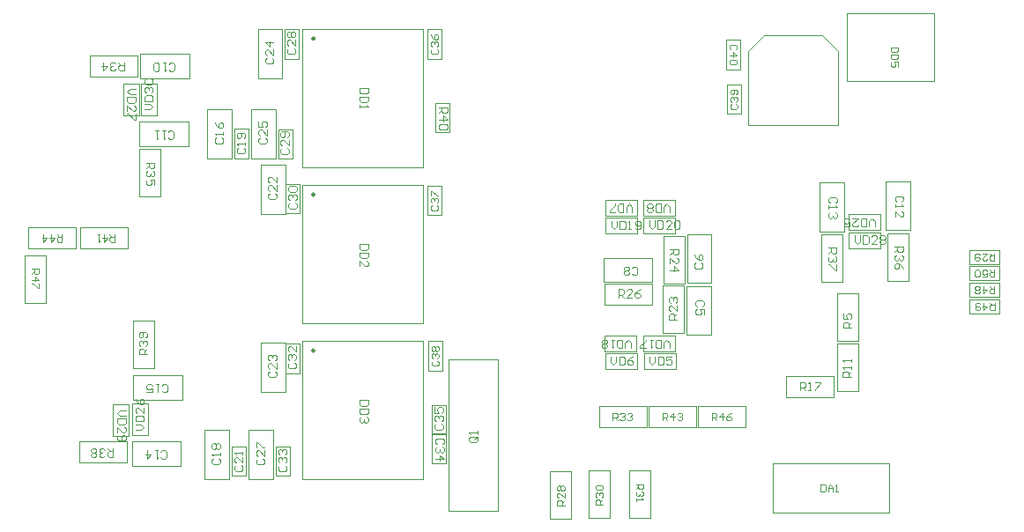
<source format=gbr>
%TF.GenerationSoftware,Altium Limited,Altium Designer,21.6.4 (81)*%
G04 Layer_Color=32768*
%FSLAX43Y43*%
%MOMM*%
%TF.SameCoordinates,F87848A5-9C76-4C60-8026-6C1C3CCCB256*%
%TF.FilePolarity,Positive*%
%TF.FileFunction,Other,Top_Assembly*%
%TF.Part,Single*%
G01*
G75*
%TA.AperFunction,NonConductor*%
%ADD27C,0.254*%
%ADD52C,0.100*%
D27*
X30387Y18200D02*
G03*
X30387Y18200I-112J0D01*
G01*
Y48200D02*
G03*
X30387Y48200I-112J0D01*
G01*
Y33200D02*
G03*
X30387Y33200I-112J0D01*
G01*
D52*
X17663Y13488D02*
Y15838D01*
X12963Y13488D02*
Y15838D01*
Y13488D02*
X17663D01*
X12963Y15838D02*
X17663D01*
X67259Y10844D02*
X71831D01*
X67259Y12876D02*
X71831D01*
Y10844D02*
Y12876D01*
X67259Y10844D02*
Y12876D01*
X93301Y26300D02*
X96151D01*
X93301Y24950D02*
X96151D01*
X93301D02*
Y26300D01*
X96151Y24950D02*
Y26300D01*
X93294Y24711D02*
X96144D01*
X93294Y23361D02*
X96144D01*
X93294D02*
Y24711D01*
X96144Y23361D02*
Y24711D01*
X93317Y23129D02*
X96167D01*
X93317Y21779D02*
X96167D01*
X93317D02*
Y23129D01*
X96167Y21779D02*
Y23129D01*
X75717Y13716D02*
X80289D01*
X75717Y15748D02*
X80289D01*
Y13716D02*
Y15748D01*
X75717Y13716D02*
Y15748D01*
X7911Y30021D02*
X12483D01*
X7911Y27989D02*
X12483D01*
X7911D02*
Y30021D01*
X12483Y27989D02*
Y30021D01*
X2558Y22779D02*
Y27351D01*
X4590Y22779D02*
Y27351D01*
X2558Y22779D02*
X4590D01*
X2558Y27351D02*
X4590D01*
X85600Y5800D02*
Y7400D01*
Y2600D02*
Y4400D01*
X74400Y2600D02*
X85600D01*
X74400Y7400D02*
X85600D01*
Y4400D02*
Y5800D01*
X74400Y2600D02*
Y7400D01*
X62520Y10844D02*
X67092D01*
X62520Y12876D02*
X67092D01*
Y10844D02*
Y12876D01*
X62520Y10844D02*
Y12876D01*
X57717Y10855D02*
X62289D01*
X57717Y12887D02*
X62289D01*
Y10855D02*
Y12887D01*
X57717Y10855D02*
Y12887D01*
X2833Y30021D02*
X7405D01*
X2833Y27989D02*
X7405D01*
X2833D02*
Y30021D01*
X7405Y27989D02*
Y30021D01*
X60587Y2114D02*
Y6686D01*
X62619Y2114D02*
Y6686D01*
X60587Y2114D02*
X62619D01*
X60587Y6686D02*
X62619D01*
X55061Y2032D02*
Y6604D01*
X53029Y2032D02*
Y6604D01*
X55061D01*
X53029Y2032D02*
X55061D01*
X58733Y2085D02*
Y6657D01*
X56701Y2085D02*
Y6657D01*
X58733D01*
X56701Y2085D02*
X58733D01*
X61983Y29497D02*
X65031D01*
X61983Y31021D02*
X65031D01*
Y29497D02*
Y31021D01*
X61983Y29497D02*
Y31021D01*
X93301Y27878D02*
X96151D01*
X93301Y26528D02*
X96151D01*
X93301D02*
Y27878D01*
X96151Y26528D02*
Y27878D01*
X73603Y48490D02*
X79153D01*
X72078Y46965D02*
X73603Y48490D01*
X72078Y39890D02*
Y46965D01*
Y39890D02*
X80678D01*
Y46965D01*
X79153Y48490D02*
X80678Y46965D01*
X69912Y48059D02*
X71262D01*
X69912Y45209D02*
X71262D01*
Y48059D01*
X69912Y45209D02*
Y48059D01*
X69988Y40942D02*
X71338D01*
X69988Y43792D02*
X71338D01*
X69988Y40942D02*
Y43792D01*
X71338Y40942D02*
Y43792D01*
X81525Y44071D02*
Y50671D01*
X89925Y44071D02*
Y50671D01*
X81525D02*
X89925D01*
X81525Y44071D02*
X89925D01*
X26416Y5845D02*
Y10545D01*
X24066Y5845D02*
Y10545D01*
X26416D01*
X24066Y5845D02*
X26416D01*
X62025Y16419D02*
X65073D01*
X62025Y17943D02*
X65073D01*
Y16419D02*
Y17943D01*
X62025Y16419D02*
Y17943D01*
X58302Y16419D02*
X61350D01*
X58302Y17943D02*
X61350D01*
Y16419D02*
Y17943D01*
X58302Y16419D02*
Y17943D01*
X61974Y19670D02*
X65022D01*
X61974Y18146D02*
X65022D01*
X61974D02*
Y19670D01*
X65022Y18146D02*
Y19670D01*
X58266D02*
X61314D01*
X58266Y18146D02*
X61314D01*
X58266D02*
Y19670D01*
X61314Y18146D02*
Y19670D01*
X85295Y29784D02*
Y34484D01*
X87645Y29784D02*
Y34484D01*
X85295Y29784D02*
X87645D01*
X85295Y34484D02*
X87645D01*
X85454Y29497D02*
X87486D01*
X85454Y24925D02*
X87486D01*
Y29497D01*
X85454Y24925D02*
Y29497D01*
X58360Y32716D02*
X61408D01*
X58360Y31192D02*
X61408D01*
X58360D02*
Y32716D01*
X61408Y31192D02*
Y32716D01*
X58252Y22642D02*
Y24674D01*
X62824Y22642D02*
Y24674D01*
X58252D02*
X62824D01*
X58252Y22642D02*
X62824D01*
X14408Y10050D02*
Y13098D01*
X12884Y10050D02*
Y13098D01*
X14408D01*
X12884Y10050D02*
X14408D01*
X11029Y9964D02*
Y13012D01*
X12553Y9964D02*
Y13012D01*
X11029Y9964D02*
X12553D01*
X11029Y13012D02*
X12553D01*
X14974Y16533D02*
Y21105D01*
X12942Y16533D02*
Y21105D01*
X14974D01*
X12942Y16533D02*
X14974D01*
X12334Y7417D02*
Y9449D01*
X7762Y7417D02*
Y9449D01*
Y7417D02*
X12334D01*
X7762Y9449D02*
X12334D01*
X18338Y44359D02*
Y46709D01*
X13638Y44359D02*
Y46709D01*
Y44359D02*
X18338D01*
X13638Y46709D02*
X18338D01*
X11979Y40850D02*
Y43898D01*
X13503Y40850D02*
Y43898D01*
X11979Y40850D02*
X13503D01*
X11979Y43898D02*
X13503D01*
X15256Y40850D02*
Y43898D01*
X13732Y40850D02*
Y43898D01*
X15256D01*
X13732Y40850D02*
X15256D01*
X8804Y46591D02*
X13376D01*
X8804Y44559D02*
X13376D01*
X8804D02*
Y46591D01*
X13376Y44559D02*
Y46591D01*
X18266Y37846D02*
Y40196D01*
X13566Y37846D02*
Y40196D01*
Y37846D02*
X18266D01*
X13566Y40196D02*
X18266D01*
X26652Y36674D02*
Y41374D01*
X24302Y36674D02*
Y41374D01*
X26652D01*
X24302Y36674D02*
X26652D01*
X41685Y10146D02*
X43035D01*
X41685Y12996D02*
X43035D01*
X41685Y10146D02*
Y12996D01*
X43035Y10146D02*
Y12996D01*
X29175Y19100D02*
X40800D01*
X29175Y5850D02*
Y19100D01*
Y5850D02*
X40800D01*
Y19100D01*
X42022Y42020D02*
X43372D01*
X42022Y39170D02*
X43372D01*
Y42020D01*
X42022Y39170D02*
Y42020D01*
X19824Y5871D02*
X22174D01*
X19824Y10571D02*
X22174D01*
X19824Y5871D02*
Y10571D01*
X22174Y5871D02*
Y10571D01*
X26674Y6141D02*
X28024D01*
X26674Y8991D02*
X28024D01*
X26674Y6141D02*
Y8991D01*
X28024Y6141D02*
Y8991D01*
X22458Y6151D02*
X23808D01*
X22458Y9001D02*
X23808D01*
X22458Y6151D02*
Y9001D01*
X23808Y6151D02*
Y9001D01*
X29175Y49100D02*
X40800D01*
X29175Y35850D02*
Y49100D01*
Y35850D02*
X40800D01*
Y49100D01*
X43294Y2821D02*
X47994D01*
X43294D02*
Y10221D01*
Y17321D01*
X47994Y2821D02*
Y17321D01*
X43294D02*
X47994D01*
X41286Y16279D02*
X42636D01*
X41286Y19129D02*
X42636D01*
X41286Y16279D02*
Y19129D01*
X42636Y16279D02*
Y19129D01*
X41216Y31214D02*
X42566D01*
X41216Y34064D02*
X42566D01*
X41216Y31214D02*
Y34064D01*
X42566Y31214D02*
Y34064D01*
X41216Y46253D02*
X42566D01*
X41216Y49103D02*
X42566D01*
X41216Y46253D02*
Y49103D01*
X42566Y46253D02*
Y49103D01*
X28243Y36644D02*
Y39494D01*
X26893Y36644D02*
Y39494D01*
X28243D01*
X26893Y36644D02*
X28243D01*
X22444Y36697D02*
Y41397D01*
X20094Y36697D02*
Y41397D01*
X22444D01*
X20094Y36697D02*
X22444D01*
X24052Y36669D02*
Y39519D01*
X22702Y36669D02*
Y39519D01*
X24052D01*
X22702Y36669D02*
X24052D01*
X27591Y31338D02*
Y36038D01*
X25241Y31338D02*
Y36038D01*
X27591D01*
X25241Y31338D02*
X27591D01*
X28984Y31390D02*
Y34240D01*
X27634Y31390D02*
Y34240D01*
X28984D01*
X27634Y31390D02*
X28984D01*
X27297Y44378D02*
Y49078D01*
X24947Y44378D02*
Y49078D01*
X27297D01*
X24947Y44378D02*
X27297D01*
X28869Y46253D02*
Y49103D01*
X27519Y46253D02*
Y49103D01*
X28869D01*
X27519Y46253D02*
X28869D01*
X27574Y14236D02*
Y18936D01*
X25225Y14236D02*
Y18936D01*
X27574D01*
X25225Y14236D02*
X27574D01*
X28942Y16025D02*
Y18875D01*
X27592Y16025D02*
Y18875D01*
X28942D01*
X27592Y16025D02*
X28942D01*
X58143Y27119D02*
X62843D01*
X58143Y24769D02*
X62843D01*
X58143D02*
Y27119D01*
X62843Y24769D02*
Y27119D01*
X12861Y9462D02*
X17561D01*
X12861Y7112D02*
X17561D01*
X12861D02*
Y9462D01*
X17561Y7112D02*
Y9462D01*
X78920Y29657D02*
Y34357D01*
X81270Y29657D02*
Y34357D01*
X78920Y29657D02*
X81270D01*
X78920Y34357D02*
X81270D01*
X79079Y29388D02*
X81111D01*
X79079Y24816D02*
X81111D01*
Y29388D01*
X79079Y24816D02*
Y29388D01*
X84747Y29820D02*
Y31344D01*
X81699Y29820D02*
Y31344D01*
Y29820D02*
X84747D01*
X81699Y31344D02*
X84747D01*
X81737Y28049D02*
Y29573D01*
X84785Y28049D02*
Y29573D01*
X81737D02*
X84785D01*
X81737Y28049D02*
X84785D01*
X13547Y37574D02*
X15579D01*
X13547Y33002D02*
X15579D01*
Y37574D01*
X13547Y33002D02*
Y37574D01*
X40800Y20850D02*
Y34100D01*
X29175Y20850D02*
X40800D01*
X29175D02*
Y34100D01*
X40800D01*
X58360Y29454D02*
Y30978D01*
X61408Y29454D02*
Y30978D01*
X58360D02*
X61408D01*
X58360Y29454D02*
X61408D01*
X65022Y31192D02*
Y32716D01*
X61974Y31192D02*
Y32716D01*
Y31192D02*
X65022D01*
X61974Y32716D02*
X65022D01*
X63886Y29245D02*
X65918D01*
X63886Y24673D02*
X65918D01*
Y29245D01*
X63886Y24673D02*
Y29245D01*
X68516Y24687D02*
Y29387D01*
X66166Y24687D02*
Y29387D01*
X68516D01*
X66166Y24687D02*
X68516D01*
X66134Y19724D02*
Y24424D01*
X68484Y19724D02*
Y24424D01*
X66134Y19724D02*
X68484D01*
X66134Y24424D02*
X68484D01*
X63855Y19889D02*
X65887D01*
X63855Y24461D02*
X65887D01*
X63855Y19889D02*
Y24461D01*
X65887Y19889D02*
Y24461D01*
X80580Y14335D02*
X82612D01*
X80580Y18907D02*
X82612D01*
X80580Y14335D02*
Y18907D01*
X82612Y14335D02*
Y18907D01*
X80605Y19103D02*
X82637D01*
X80605Y23675D02*
X82637D01*
X80605Y19103D02*
Y23675D01*
X82637Y19103D02*
Y23675D01*
X41685Y7376D02*
Y10226D01*
X43035Y7376D02*
Y10226D01*
X41685Y7376D02*
X43035D01*
X41685Y10226D02*
X43035D01*
X15705Y14321D02*
X15838Y14188D01*
X16105D01*
X16238Y14321D01*
Y14854D01*
X16105Y14988D01*
X15838D01*
X15705Y14854D01*
X15438Y14988D02*
X15172D01*
X15305D01*
Y14188D01*
X15438Y14321D01*
X14239Y14188D02*
X14772D01*
Y14588D01*
X14505Y14455D01*
X14372D01*
X14239Y14588D01*
Y14854D01*
X14372Y14988D01*
X14639D01*
X14772Y14854D01*
X68570Y11510D02*
Y12210D01*
X68920D01*
X69037Y12093D01*
Y11860D01*
X68920Y11743D01*
X68570D01*
X68803D02*
X69037Y11510D01*
X69620D02*
Y12210D01*
X69270Y11860D01*
X69736D01*
X70436Y12210D02*
X70203Y12093D01*
X69970Y11860D01*
Y11627D01*
X70086Y11510D01*
X70320D01*
X70436Y11627D01*
Y11743D01*
X70320Y11860D01*
X69970D01*
X95701Y25975D02*
Y25275D01*
X95351D01*
X95234Y25392D01*
Y25625D01*
X95351Y25742D01*
X95701D01*
X95468D02*
X95234Y25975D01*
X94535Y25275D02*
X95001D01*
Y25625D01*
X94768Y25508D01*
X94651D01*
X94535Y25625D01*
Y25858D01*
X94651Y25975D01*
X94884D01*
X95001Y25858D01*
X94301Y25392D02*
X94185Y25275D01*
X93951D01*
X93835Y25392D01*
Y25858D01*
X93951Y25975D01*
X94185D01*
X94301Y25858D01*
Y25392D01*
X95694Y24386D02*
Y23686D01*
X95344D01*
X95227Y23802D01*
Y24036D01*
X95344Y24152D01*
X95694D01*
X95460D02*
X95227Y24386D01*
X94644D02*
Y23686D01*
X94994Y24036D01*
X94527D01*
X94294Y23802D02*
X94177Y23686D01*
X93944D01*
X93827Y23802D01*
Y23919D01*
X93944Y24036D01*
X93827Y24152D01*
Y24269D01*
X93944Y24386D01*
X94177D01*
X94294Y24269D01*
Y24152D01*
X94177Y24036D01*
X94294Y23919D01*
Y23802D01*
X94177Y24036D02*
X93944D01*
X95717Y22804D02*
Y22104D01*
X95367D01*
X95250Y22220D01*
Y22454D01*
X95367Y22570D01*
X95717D01*
X95484D02*
X95250Y22804D01*
X94667D02*
Y22104D01*
X95017Y22454D01*
X94551D01*
X94317Y22687D02*
X94201Y22804D01*
X93968D01*
X93851Y22687D01*
Y22220D01*
X93968Y22104D01*
X94201D01*
X94317Y22220D01*
Y22337D01*
X94201Y22454D01*
X93851D01*
X77028Y14382D02*
Y15182D01*
X77428D01*
X77562Y15048D01*
Y14782D01*
X77428Y14649D01*
X77028D01*
X77295D02*
X77562Y14382D01*
X77828D02*
X78095D01*
X77961D01*
Y15182D01*
X77828Y15048D01*
X78495Y15182D02*
X79028D01*
Y15048D01*
X78495Y14515D01*
Y14382D01*
X11172Y29355D02*
Y28655D01*
X10822D01*
X10705Y28772D01*
Y29005D01*
X10822Y29122D01*
X11172D01*
X10938D02*
X10705Y29355D01*
X10122D02*
Y28655D01*
X10472Y29005D01*
X10005D01*
X9772Y29355D02*
X9539D01*
X9655D01*
Y28655D01*
X9772Y28772D01*
X3224Y26040D02*
X3924D01*
Y25690D01*
X3807Y25573D01*
X3574D01*
X3457Y25690D01*
Y26040D01*
Y25806D02*
X3224Y25573D01*
Y24990D02*
X3924D01*
X3574Y25340D01*
Y24873D01*
X3924Y24640D02*
Y24174D01*
X3807D01*
X3341Y24640D01*
X3224D01*
X79025Y5350D02*
Y4650D01*
X79375D01*
X79492Y4767D01*
Y5233D01*
X79375Y5350D01*
X79025D01*
X79725Y4650D02*
Y5117D01*
X79958Y5350D01*
X80191Y5117D01*
Y4650D01*
Y5000D01*
X79725D01*
X80425Y4650D02*
X80658D01*
X80541D01*
Y5350D01*
X80425Y5233D01*
X63831Y11510D02*
Y12210D01*
X64181D01*
X64298Y12093D01*
Y11860D01*
X64181Y11743D01*
X63831D01*
X64064D02*
X64298Y11510D01*
X64881D02*
Y12210D01*
X64531Y11860D01*
X64997D01*
X65231Y12093D02*
X65347Y12210D01*
X65580D01*
X65697Y12093D01*
Y11977D01*
X65580Y11860D01*
X65464D01*
X65580D01*
X65697Y11743D01*
Y11627D01*
X65580Y11510D01*
X65347D01*
X65231Y11627D01*
X59028Y11521D02*
Y12221D01*
X59378D01*
X59494Y12104D01*
Y11871D01*
X59378Y11754D01*
X59028D01*
X59261D02*
X59494Y11521D01*
X59727Y12104D02*
X59844Y12221D01*
X60077D01*
X60194Y12104D01*
Y11988D01*
X60077Y11871D01*
X59961D01*
X60077D01*
X60194Y11754D01*
Y11638D01*
X60077Y11521D01*
X59844D01*
X59727Y11638D01*
X60427Y12104D02*
X60544Y12221D01*
X60777D01*
X60894Y12104D01*
Y11988D01*
X60777Y11871D01*
X60661D01*
X60777D01*
X60894Y11754D01*
Y11638D01*
X60777Y11521D01*
X60544D01*
X60427Y11638D01*
X6094Y29355D02*
Y28655D01*
X5744D01*
X5627Y28772D01*
Y29005D01*
X5744Y29122D01*
X6094D01*
X5860D02*
X5627Y29355D01*
X5044D02*
Y28655D01*
X5394Y29005D01*
X4927D01*
X4344Y29355D02*
Y28655D01*
X4694Y29005D01*
X4228D01*
X61253Y5375D02*
X61952D01*
Y5025D01*
X61836Y4908D01*
X61603D01*
X61486Y5025D01*
Y5375D01*
Y5142D02*
X61253Y4908D01*
X61836Y4675D02*
X61952Y4559D01*
Y4325D01*
X61836Y4209D01*
X61719D01*
X61603Y4325D01*
Y4442D01*
Y4325D01*
X61486Y4209D01*
X61369D01*
X61253Y4325D01*
Y4559D01*
X61369Y4675D01*
X61253Y3975D02*
Y3742D01*
Y3859D01*
X61952D01*
X61836Y3975D01*
X54395Y3343D02*
X53695D01*
Y3693D01*
X53812Y3809D01*
X54045D01*
X54162Y3693D01*
Y3343D01*
Y3576D02*
X54395Y3809D01*
Y4509D02*
Y4043D01*
X53928Y4509D01*
X53812D01*
X53695Y4393D01*
Y4159D01*
X53812Y4043D01*
Y4742D02*
X53695Y4859D01*
Y5092D01*
X53812Y5209D01*
X53928D01*
X54045Y5092D01*
X54162Y5209D01*
X54278D01*
X54395Y5092D01*
Y4859D01*
X54278Y4742D01*
X54162D01*
X54045Y4859D01*
X53928Y4742D01*
X53812D01*
X54045Y4859D02*
Y5092D01*
X58067Y3396D02*
X57367D01*
Y3746D01*
X57484Y3862D01*
X57717D01*
X57833Y3746D01*
Y3396D01*
Y3629D02*
X58067Y3862D01*
X57484Y4095D02*
X57367Y4212D01*
Y4445D01*
X57484Y4562D01*
X57600D01*
X57717Y4445D01*
Y4329D01*
Y4445D01*
X57833Y4562D01*
X57950D01*
X58067Y4445D01*
Y4212D01*
X57950Y4095D01*
X57484Y4795D02*
X57367Y4912D01*
Y5145D01*
X57484Y5262D01*
X57950D01*
X58067Y5145D01*
Y4912D01*
X57950Y4795D01*
X57484D01*
X62532Y30709D02*
Y30175D01*
X62799Y29909D01*
X63065Y30175D01*
Y30709D01*
X63332D02*
Y29909D01*
X63732D01*
X63865Y30042D01*
Y30575D01*
X63732Y30709D01*
X63332D01*
X64665Y29909D02*
X64131D01*
X64665Y30442D01*
Y30575D01*
X64531Y30709D01*
X64265D01*
X64131Y30575D01*
X64931D02*
X65064Y30709D01*
X65331D01*
X65464Y30575D01*
Y30042D01*
X65331Y29909D01*
X65064D01*
X64931Y30042D01*
Y30575D01*
X95701Y27553D02*
Y26854D01*
X95351D01*
X95234Y26970D01*
Y27204D01*
X95351Y27320D01*
X95701D01*
X95468D02*
X95234Y27553D01*
X94534D02*
X95001D01*
X94534Y27087D01*
Y26970D01*
X94651Y26854D01*
X94884D01*
X95001Y26970D01*
X94301Y27437D02*
X94185Y27553D01*
X93951D01*
X93835Y27437D01*
Y26970D01*
X93951Y26854D01*
X94185D01*
X94301Y26970D01*
Y27087D01*
X94185Y27204D01*
X93835D01*
X70820Y47118D02*
X70936Y47235D01*
Y47468D01*
X70820Y47584D01*
X70353D01*
X70237Y47468D01*
Y47235D01*
X70353Y47118D01*
X70237Y46535D02*
X70936D01*
X70586Y46885D01*
Y46418D01*
X70820Y46185D02*
X70936Y46068D01*
Y45835D01*
X70820Y45718D01*
X70353D01*
X70237Y45835D01*
Y46068D01*
X70353Y46185D01*
X70820D01*
X70430Y41884D02*
X70313Y41767D01*
Y41534D01*
X70430Y41417D01*
X70896D01*
X71013Y41534D01*
Y41767D01*
X70896Y41884D01*
X70430Y42117D02*
X70313Y42234D01*
Y42467D01*
X70430Y42583D01*
X70546D01*
X70663Y42467D01*
Y42350D01*
Y42467D01*
X70780Y42583D01*
X70896D01*
X71013Y42467D01*
Y42234D01*
X70896Y42117D01*
Y42817D02*
X71013Y42933D01*
Y43167D01*
X70896Y43283D01*
X70430D01*
X70313Y43167D01*
Y42933D01*
X70430Y42817D01*
X70546D01*
X70663Y42933D01*
Y43283D01*
X86425Y47371D02*
X85725D01*
Y47021D01*
X85842Y46904D01*
X86308D01*
X86425Y47021D01*
Y47371D01*
Y46671D02*
X85725D01*
Y46321D01*
X85842Y46205D01*
X86308D01*
X86425Y46321D01*
Y46671D01*
Y45505D02*
Y45971D01*
X86075D01*
X86192Y45738D01*
Y45622D01*
X86075Y45505D01*
X85842D01*
X85725Y45622D01*
Y45855D01*
X85842Y45971D01*
X24899Y7803D02*
X24766Y7670D01*
Y7404D01*
X24899Y7270D01*
X25432D01*
X25566Y7404D01*
Y7670D01*
X25432Y7803D01*
X25566Y8603D02*
Y8070D01*
X25033Y8603D01*
X24899D01*
X24766Y8470D01*
Y8203D01*
X24899Y8070D01*
X24766Y8870D02*
Y9403D01*
X24899D01*
X25432Y8870D01*
X25566D01*
X62574Y17631D02*
Y17098D01*
X62841Y16831D01*
X63107Y17098D01*
Y17631D01*
X63374D02*
Y16831D01*
X63774D01*
X63907Y16964D01*
Y17498D01*
X63774Y17631D01*
X63374D01*
X64707D02*
X64174D01*
Y17231D01*
X64440Y17364D01*
X64573D01*
X64707Y17231D01*
Y16964D01*
X64573Y16831D01*
X64307D01*
X64174Y16964D01*
X58851Y17631D02*
Y17098D01*
X59117Y16831D01*
X59384Y17098D01*
Y17631D01*
X59650D02*
Y16831D01*
X60050D01*
X60183Y16964D01*
Y17498D01*
X60050Y17631D01*
X59650D01*
X60983D02*
X60717Y17498D01*
X60450Y17231D01*
Y16964D01*
X60583Y16831D01*
X60850D01*
X60983Y16964D01*
Y17098D01*
X60850Y17231D01*
X60450D01*
X64473Y18458D02*
Y18992D01*
X64207Y19258D01*
X63940Y18992D01*
Y18458D01*
X63674D02*
Y19258D01*
X63274D01*
X63140Y19125D01*
Y18592D01*
X63274Y18458D01*
X63674D01*
X62874Y19258D02*
X62607D01*
X62741D01*
Y18458D01*
X62874Y18592D01*
X62207Y18458D02*
X61674D01*
Y18592D01*
X62207Y19125D01*
Y19258D01*
X60765Y18458D02*
Y18992D01*
X60498Y19258D01*
X60232Y18992D01*
Y18458D01*
X59965D02*
Y19258D01*
X59565D01*
X59432Y19125D01*
Y18592D01*
X59565Y18458D01*
X59965D01*
X59165Y19258D02*
X58899D01*
X59032D01*
Y18458D01*
X59165Y18592D01*
X58499D02*
X58366Y18458D01*
X58099D01*
X57966Y18592D01*
Y18725D01*
X58099Y18858D01*
X57966Y18992D01*
Y19125D01*
X58099Y19258D01*
X58366D01*
X58499Y19125D01*
Y18992D01*
X58366Y18858D01*
X58499Y18725D01*
Y18592D01*
X58366Y18858D02*
X58099D01*
X86812Y32525D02*
X86945Y32659D01*
Y32925D01*
X86812Y33059D01*
X86278D01*
X86145Y32925D01*
Y32659D01*
X86278Y32525D01*
X86145Y32259D02*
Y31992D01*
Y32126D01*
X86945D01*
X86812Y32259D01*
X86145Y31059D02*
Y31592D01*
X86678Y31059D01*
X86812D01*
X86945Y31193D01*
Y31459D01*
X86812Y31592D01*
X86120Y28186D02*
X86920D01*
Y27787D01*
X86787Y27653D01*
X86520D01*
X86387Y27787D01*
Y28186D01*
Y27920D02*
X86120Y27653D01*
X86787Y27387D02*
X86920Y27253D01*
Y26987D01*
X86787Y26853D01*
X86653D01*
X86520Y26987D01*
Y27120D01*
Y26987D01*
X86387Y26853D01*
X86253D01*
X86120Y26987D01*
Y27253D01*
X86253Y27387D01*
X86920Y26054D02*
X86787Y26320D01*
X86520Y26587D01*
X86253D01*
X86120Y26454D01*
Y26187D01*
X86253Y26054D01*
X86387D01*
X86520Y26187D01*
Y26587D01*
X60859Y31504D02*
Y32037D01*
X60592Y32304D01*
X60325Y32037D01*
Y31504D01*
X60059D02*
Y32304D01*
X59659D01*
X59526Y32171D01*
Y31638D01*
X59659Y31504D01*
X60059D01*
X59259D02*
X58726D01*
Y31638D01*
X59259Y32171D01*
Y32304D01*
X59563Y23308D02*
Y24108D01*
X59963D01*
X60096Y23975D01*
Y23708D01*
X59963Y23575D01*
X59563D01*
X59830D02*
X60096Y23308D01*
X60896D02*
X60363D01*
X60896Y23841D01*
Y23975D01*
X60763Y24108D01*
X60496D01*
X60363Y23975D01*
X61696Y24108D02*
X61429Y23975D01*
X61163Y23708D01*
Y23441D01*
X61296Y23308D01*
X61562D01*
X61696Y23441D01*
Y23575D01*
X61562Y23708D01*
X61163D01*
X13196Y10599D02*
X13729D01*
X13996Y10865D01*
X13729Y11132D01*
X13196D01*
Y11398D02*
X13996D01*
Y11798D01*
X13862Y11931D01*
X13329D01*
X13196Y11798D01*
Y11398D01*
X13996Y12731D02*
Y12198D01*
X13462Y12731D01*
X13329D01*
X13196Y12598D01*
Y12331D01*
X13329Y12198D01*
X13196Y13531D02*
X13329Y13264D01*
X13596Y12998D01*
X13862D01*
X13996Y13131D01*
Y13398D01*
X13862Y13531D01*
X13729D01*
X13596Y13398D01*
Y12998D01*
X12241Y12463D02*
X11708D01*
X11441Y12196D01*
X11708Y11930D01*
X12241D01*
Y11663D02*
X11441D01*
Y11263D01*
X11575Y11130D01*
X12108D01*
X12241Y11263D01*
Y11663D01*
X11441Y10330D02*
Y10863D01*
X11974Y10330D01*
X12108D01*
X12241Y10464D01*
Y10730D01*
X12108Y10863D01*
X11575Y10064D02*
X11441Y9930D01*
Y9664D01*
X11575Y9531D01*
X12108D01*
X12241Y9664D01*
Y9930D01*
X12108Y10064D01*
X11974D01*
X11841Y9930D01*
Y9531D01*
X14308Y17844D02*
X13508D01*
Y18244D01*
X13642Y18377D01*
X13908D01*
X14041Y18244D01*
Y17844D01*
Y18111D02*
X14308Y18377D01*
X13642Y18644D02*
X13508Y18777D01*
Y19044D01*
X13642Y19177D01*
X13775D01*
X13908Y19044D01*
Y18910D01*
Y19044D01*
X14041Y19177D01*
X14175D01*
X14308Y19044D01*
Y18777D01*
X14175Y18644D01*
Y19444D02*
X14308Y19577D01*
Y19843D01*
X14175Y19977D01*
X13642D01*
X13508Y19843D01*
Y19577D01*
X13642Y19444D01*
X13775D01*
X13908Y19577D01*
Y19977D01*
X11023Y8783D02*
Y7983D01*
X10623D01*
X10490Y8117D01*
Y8383D01*
X10623Y8516D01*
X11023D01*
X10756D02*
X10490Y8783D01*
X10223Y8117D02*
X10090Y7983D01*
X9823D01*
X9690Y8117D01*
Y8250D01*
X9823Y8383D01*
X9957D01*
X9823D01*
X9690Y8516D01*
Y8650D01*
X9823Y8783D01*
X10090D01*
X10223Y8650D01*
X9423Y8117D02*
X9290Y7983D01*
X9024D01*
X8890Y8117D01*
Y8250D01*
X9024Y8383D01*
X8890Y8516D01*
Y8650D01*
X9024Y8783D01*
X9290D01*
X9423Y8650D01*
Y8516D01*
X9290Y8383D01*
X9423Y8250D01*
Y8117D01*
X9290Y8383D02*
X9024D01*
X16379Y45193D02*
X16513Y45060D01*
X16779D01*
X16913Y45193D01*
Y45726D01*
X16779Y45859D01*
X16513D01*
X16379Y45726D01*
X16113Y45859D02*
X15846D01*
X15980D01*
Y45060D01*
X16113Y45193D01*
X15446D02*
X15313Y45060D01*
X15047D01*
X14913Y45193D01*
Y45726D01*
X15047Y45859D01*
X15313D01*
X15446Y45726D01*
Y45193D01*
X13191Y43349D02*
X12658D01*
X12391Y43083D01*
X12658Y42816D01*
X13191D01*
Y42550D02*
X12391D01*
Y42150D01*
X12524Y42016D01*
X13057D01*
X13191Y42150D01*
Y42550D01*
X12391Y41217D02*
Y41750D01*
X12924Y41217D01*
X13057D01*
X13191Y41350D01*
Y41616D01*
X13057Y41750D01*
X13191Y40950D02*
Y40417D01*
X13057D01*
X12524Y40950D01*
X12391D01*
X14044Y41399D02*
X14577D01*
X14844Y41666D01*
X14577Y41932D01*
X14044D01*
Y42199D02*
X14844D01*
Y42599D01*
X14710Y42732D01*
X14177D01*
X14044Y42599D01*
Y42199D01*
X14177Y42999D02*
X14044Y43132D01*
Y43399D01*
X14177Y43532D01*
X14310D01*
X14444Y43399D01*
Y43265D01*
Y43399D01*
X14577Y43532D01*
X14710D01*
X14844Y43399D01*
Y43132D01*
X14710Y42999D01*
X14177Y43798D02*
X14044Y43932D01*
Y44198D01*
X14177Y44332D01*
X14710D01*
X14844Y44198D01*
Y43932D01*
X14710Y43798D01*
X14177D01*
X12065Y45925D02*
Y45125D01*
X11665D01*
X11532Y45258D01*
Y45525D01*
X11665Y45658D01*
X12065D01*
X11798D02*
X11532Y45925D01*
X11265Y45258D02*
X11132Y45125D01*
X10865D01*
X10732Y45258D01*
Y45391D01*
X10865Y45525D01*
X10999D01*
X10865D01*
X10732Y45658D01*
Y45791D01*
X10865Y45925D01*
X11132D01*
X11265Y45791D01*
X10066Y45925D02*
Y45125D01*
X10466Y45525D01*
X9932D01*
X16308Y38680D02*
X16441Y38547D01*
X16708D01*
X16841Y38680D01*
Y39213D01*
X16708Y39346D01*
X16441D01*
X16308Y39213D01*
X16041Y39346D02*
X15775D01*
X15908D01*
Y38547D01*
X16041Y38680D01*
X15375Y39346D02*
X15108D01*
X15242D01*
Y38547D01*
X15375Y38680D01*
X25136Y38632D02*
X25003Y38499D01*
Y38232D01*
X25136Y38099D01*
X25669D01*
X25802Y38232D01*
Y38499D01*
X25669Y38632D01*
X25802Y39432D02*
Y38899D01*
X25269Y39432D01*
X25136D01*
X25003Y39298D01*
Y39032D01*
X25136Y38899D01*
X25003Y40231D02*
Y39698D01*
X25403D01*
X25269Y39965D01*
Y40098D01*
X25403Y40231D01*
X25669D01*
X25802Y40098D01*
Y39832D01*
X25669Y39698D01*
X42044Y11154D02*
X41911Y11021D01*
Y10754D01*
X42044Y10621D01*
X42577D01*
X42710Y10754D01*
Y11021D01*
X42577Y11154D01*
X42044Y11420D02*
X41911Y11554D01*
Y11820D01*
X42044Y11954D01*
X42177D01*
X42311Y11820D01*
Y11687D01*
Y11820D01*
X42444Y11954D01*
X42577D01*
X42710Y11820D01*
Y11554D01*
X42577Y11420D01*
X41911Y12753D02*
Y12220D01*
X42311D01*
X42177Y12487D01*
Y12620D01*
X42311Y12753D01*
X42577D01*
X42710Y12620D01*
Y12354D01*
X42577Y12220D01*
X35525Y13425D02*
X34725D01*
Y13025D01*
X34858Y12892D01*
X35391D01*
X35525Y13025D01*
Y13425D01*
Y12626D02*
X34725D01*
Y12226D01*
X34858Y12092D01*
X35391D01*
X35525Y12226D01*
Y12626D01*
X35391Y11826D02*
X35525Y11693D01*
Y11426D01*
X35391Y11293D01*
X35258D01*
X35125Y11426D01*
Y11559D01*
Y11426D01*
X34992Y11293D01*
X34858D01*
X34725Y11426D01*
Y11693D01*
X34858Y11826D01*
X42347Y41570D02*
X43147D01*
Y41170D01*
X43014Y41037D01*
X42747D01*
X42614Y41170D01*
Y41570D01*
Y41303D02*
X42347Y41037D01*
Y40370D02*
X43147D01*
X42747Y40770D01*
Y40237D01*
X43014Y39971D02*
X43147Y39837D01*
Y39571D01*
X43014Y39437D01*
X42481D01*
X42347Y39571D01*
Y39837D01*
X42481Y39971D01*
X43014D01*
X20658Y7829D02*
X20524Y7696D01*
Y7429D01*
X20658Y7296D01*
X21191D01*
X21324Y7429D01*
Y7696D01*
X21191Y7829D01*
X21324Y8095D02*
Y8362D01*
Y8229D01*
X20524D01*
X20658Y8095D01*
Y8762D02*
X20524Y8895D01*
Y9162D01*
X20658Y9295D01*
X20791D01*
X20924Y9162D01*
X21057Y9295D01*
X21191D01*
X21324Y9162D01*
Y8895D01*
X21191Y8762D01*
X21057D01*
X20924Y8895D01*
X20791Y8762D01*
X20658D01*
X20924Y8895D02*
Y9162D01*
X27033Y7149D02*
X26899Y7016D01*
Y6749D01*
X27033Y6616D01*
X27566D01*
X27699Y6749D01*
Y7016D01*
X27566Y7149D01*
X27033Y7416D02*
X26899Y7549D01*
Y7816D01*
X27033Y7949D01*
X27166D01*
X27299Y7816D01*
Y7682D01*
Y7816D01*
X27432Y7949D01*
X27566D01*
X27699Y7816D01*
Y7549D01*
X27566Y7416D01*
X27033Y8215D02*
X26899Y8349D01*
Y8615D01*
X27033Y8749D01*
X27166D01*
X27299Y8615D01*
Y8482D01*
Y8615D01*
X27432Y8749D01*
X27566D01*
X27699Y8615D01*
Y8349D01*
X27566Y8215D01*
X22816Y7159D02*
X22683Y7026D01*
Y6759D01*
X22816Y6626D01*
X23349D01*
X23483Y6759D01*
Y7026D01*
X23349Y7159D01*
X23483Y7959D02*
Y7426D01*
X22949Y7959D01*
X22816D01*
X22683Y7826D01*
Y7559D01*
X22816Y7426D01*
X23483Y8225D02*
Y8492D01*
Y8359D01*
X22683D01*
X22816Y8225D01*
X35525Y43425D02*
X34725D01*
Y43025D01*
X34858Y42892D01*
X35391D01*
X35525Y43025D01*
Y43425D01*
Y42625D02*
X34725D01*
Y42225D01*
X34858Y42092D01*
X35391D01*
X35525Y42225D01*
Y42625D01*
X34725Y41826D02*
Y41559D01*
Y41692D01*
X35525D01*
X35391Y41826D01*
X45886Y9929D02*
X45352D01*
X45219Y9796D01*
Y9529D01*
X45352Y9396D01*
X45886D01*
X46019Y9529D01*
Y9796D01*
X45752Y9662D02*
X46019Y9929D01*
Y9796D02*
X45886Y9929D01*
X46019Y10196D02*
Y10462D01*
Y10329D01*
X45219D01*
X45352Y10196D01*
X41728Y17220D02*
X41611Y17104D01*
Y16870D01*
X41728Y16754D01*
X42194D01*
X42311Y16870D01*
Y17104D01*
X42194Y17220D01*
X41728Y17454D02*
X41611Y17570D01*
Y17803D01*
X41728Y17920D01*
X41844D01*
X41961Y17803D01*
Y17687D01*
Y17803D01*
X42078Y17920D01*
X42194D01*
X42311Y17803D01*
Y17570D01*
X42194Y17454D01*
X41728Y18153D02*
X41611Y18270D01*
Y18503D01*
X41728Y18620D01*
X41844D01*
X41961Y18503D01*
X42078Y18620D01*
X42194D01*
X42311Y18503D01*
Y18270D01*
X42194Y18153D01*
X42078D01*
X41961Y18270D01*
X41844Y18153D01*
X41728D01*
X41961Y18270D02*
Y18503D01*
X41658Y32156D02*
X41541Y32039D01*
Y31806D01*
X41658Y31689D01*
X42124D01*
X42241Y31806D01*
Y32039D01*
X42124Y32156D01*
X41658Y32389D02*
X41541Y32505D01*
Y32739D01*
X41658Y32855D01*
X41774D01*
X41891Y32739D01*
Y32622D01*
Y32739D01*
X42007Y32855D01*
X42124D01*
X42241Y32739D01*
Y32505D01*
X42124Y32389D01*
X41541Y33089D02*
Y33555D01*
X41658D01*
X42124Y33089D01*
X42241D01*
X41658Y47194D02*
X41541Y47078D01*
Y46844D01*
X41658Y46728D01*
X42124D01*
X42241Y46844D01*
Y47078D01*
X42124Y47194D01*
X41658Y47428D02*
X41541Y47544D01*
Y47777D01*
X41658Y47894D01*
X41774D01*
X41891Y47777D01*
Y47661D01*
Y47777D01*
X42007Y47894D01*
X42124D01*
X42241Y47777D01*
Y47544D01*
X42124Y47428D01*
X41541Y48594D02*
X41658Y48361D01*
X41891Y48127D01*
X42124D01*
X42241Y48244D01*
Y48477D01*
X42124Y48594D01*
X42007D01*
X41891Y48477D01*
Y48127D01*
X27252Y37652D02*
X27119Y37519D01*
Y37252D01*
X27252Y37119D01*
X27785D01*
X27918Y37252D01*
Y37519D01*
X27785Y37652D01*
X27918Y38452D02*
Y37919D01*
X27385Y38452D01*
X27252D01*
X27119Y38319D01*
Y38052D01*
X27252Y37919D01*
X27785Y38718D02*
X27918Y38852D01*
Y39118D01*
X27785Y39252D01*
X27252D01*
X27119Y39118D01*
Y38852D01*
X27252Y38718D01*
X27385D01*
X27518Y38852D01*
Y39252D01*
X20928Y38655D02*
X20794Y38521D01*
Y38255D01*
X20928Y38122D01*
X21461D01*
X21594Y38255D01*
Y38521D01*
X21461Y38655D01*
X21594Y38921D02*
Y39188D01*
Y39055D01*
X20794D01*
X20928Y38921D01*
X20794Y40121D02*
X20928Y39854D01*
X21194Y39588D01*
X21461D01*
X21594Y39721D01*
Y39988D01*
X21461Y40121D01*
X21328D01*
X21194Y39988D01*
Y39588D01*
X23061Y37678D02*
X22928Y37544D01*
Y37278D01*
X23061Y37144D01*
X23594D01*
X23727Y37278D01*
Y37544D01*
X23594Y37678D01*
X23727Y37944D02*
Y38211D01*
Y38077D01*
X22928D01*
X23061Y37944D01*
X23594Y38611D02*
X23727Y38744D01*
Y39010D01*
X23594Y39144D01*
X23061D01*
X22928Y39010D01*
Y38744D01*
X23061Y38611D01*
X23194D01*
X23327Y38744D01*
Y39144D01*
X26074Y33296D02*
X25941Y33162D01*
Y32896D01*
X26074Y32763D01*
X26607D01*
X26741Y32896D01*
Y33162D01*
X26607Y33296D01*
X26741Y34095D02*
Y33562D01*
X26208Y34095D01*
X26074D01*
X25941Y33962D01*
Y33696D01*
X26074Y33562D01*
X26741Y34895D02*
Y34362D01*
X26208Y34895D01*
X26074D01*
X25941Y34762D01*
Y34495D01*
X26074Y34362D01*
X27993Y32398D02*
X27860Y32265D01*
Y31998D01*
X27993Y31865D01*
X28526D01*
X28659Y31998D01*
Y32265D01*
X28526Y32398D01*
X27993Y32665D02*
X27860Y32798D01*
Y33065D01*
X27993Y33198D01*
X28126D01*
X28260Y33065D01*
Y32931D01*
Y33065D01*
X28393Y33198D01*
X28526D01*
X28659Y33065D01*
Y32798D01*
X28526Y32665D01*
X27993Y33464D02*
X27860Y33598D01*
Y33864D01*
X27993Y33998D01*
X28526D01*
X28659Y33864D01*
Y33598D01*
X28526Y33464D01*
X27993D01*
X25781Y46336D02*
X25648Y46203D01*
Y45936D01*
X25781Y45803D01*
X26314D01*
X26447Y45936D01*
Y46203D01*
X26314Y46336D01*
X26447Y47136D02*
Y46602D01*
X25914Y47136D01*
X25781D01*
X25648Y47002D01*
Y46736D01*
X25781Y46602D01*
X26447Y47802D02*
X25648D01*
X26048Y47402D01*
Y47935D01*
X27878Y47261D02*
X27744Y47128D01*
Y46861D01*
X27878Y46728D01*
X28411D01*
X28544Y46861D01*
Y47128D01*
X28411Y47261D01*
X28544Y48061D02*
Y47527D01*
X28011Y48061D01*
X27878D01*
X27744Y47927D01*
Y47661D01*
X27878Y47527D01*
Y48327D02*
X27744Y48460D01*
Y48727D01*
X27878Y48860D01*
X28011D01*
X28144Y48727D01*
X28277Y48860D01*
X28411D01*
X28544Y48727D01*
Y48460D01*
X28411Y48327D01*
X28277D01*
X28144Y48460D01*
X28011Y48327D01*
X27878D01*
X28144Y48460D02*
Y48727D01*
X26058Y16194D02*
X25925Y16061D01*
Y15794D01*
X26058Y15661D01*
X26591D01*
X26725Y15794D01*
Y16061D01*
X26591Y16194D01*
X26725Y16994D02*
Y16461D01*
X26191Y16994D01*
X26058D01*
X25925Y16861D01*
Y16594D01*
X26058Y16461D01*
Y17261D02*
X25925Y17394D01*
Y17661D01*
X26058Y17794D01*
X26191D01*
X26325Y17661D01*
Y17527D01*
Y17661D01*
X26458Y17794D01*
X26591D01*
X26725Y17661D01*
Y17394D01*
X26591Y17261D01*
X27951Y17033D02*
X27818Y16900D01*
Y16633D01*
X27951Y16500D01*
X28484D01*
X28617Y16633D01*
Y16900D01*
X28484Y17033D01*
X27951Y17300D02*
X27818Y17433D01*
Y17699D01*
X27951Y17833D01*
X28084D01*
X28218Y17699D01*
Y17566D01*
Y17699D01*
X28351Y17833D01*
X28484D01*
X28617Y17699D01*
Y17433D01*
X28484Y17300D01*
X28617Y18632D02*
Y18099D01*
X28084Y18632D01*
X27951D01*
X27818Y18499D01*
Y18233D01*
X27951Y18099D01*
X60885Y25603D02*
X61018Y25469D01*
X61285D01*
X61418Y25603D01*
Y26136D01*
X61285Y26269D01*
X61018D01*
X60885Y26136D01*
X60618Y25603D02*
X60485Y25469D01*
X60219D01*
X60085Y25603D01*
Y25736D01*
X60219Y25869D01*
X60085Y26003D01*
Y26136D01*
X60219Y26269D01*
X60485D01*
X60618Y26136D01*
Y26003D01*
X60485Y25869D01*
X60618Y25736D01*
Y25603D01*
X60485Y25869D02*
X60219D01*
X15603Y7946D02*
X15737Y7813D01*
X16003D01*
X16136Y7946D01*
Y8479D01*
X16003Y8612D01*
X15737D01*
X15603Y8479D01*
X15337Y8612D02*
X15070D01*
X15203D01*
Y7813D01*
X15337Y7946D01*
X14270Y8612D02*
Y7813D01*
X14670Y8212D01*
X14137D01*
X80436Y32398D02*
X80569Y32532D01*
Y32798D01*
X80436Y32932D01*
X79903D01*
X79770Y32798D01*
Y32532D01*
X79903Y32398D01*
X79770Y32132D02*
Y31865D01*
Y31999D01*
X80569D01*
X80436Y32132D01*
Y31465D02*
X80569Y31332D01*
Y31066D01*
X80436Y30932D01*
X80303D01*
X80170Y31066D01*
Y31199D01*
Y31066D01*
X80036Y30932D01*
X79903D01*
X79770Y31066D01*
Y31332D01*
X79903Y31465D01*
X79745Y28077D02*
X80544D01*
Y27677D01*
X80411Y27544D01*
X80145D01*
X80011Y27677D01*
Y28077D01*
Y27810D02*
X79745Y27544D01*
X80411Y27277D02*
X80544Y27144D01*
Y26877D01*
X80411Y26744D01*
X80278D01*
X80145Y26877D01*
Y27010D01*
Y26877D01*
X80011Y26744D01*
X79878D01*
X79745Y26877D01*
Y27144D01*
X79878Y27277D01*
X80544Y26477D02*
Y25944D01*
X80411D01*
X79878Y26477D01*
X79745D01*
X84198Y30132D02*
Y30665D01*
X83932Y30932D01*
X83665Y30665D01*
Y30132D01*
X83399D02*
Y30932D01*
X82999D01*
X82865Y30798D01*
Y30265D01*
X82999Y30132D01*
X83399D01*
X82066Y30932D02*
X82599D01*
X82066Y30398D01*
Y30265D01*
X82199Y30132D01*
X82465D01*
X82599Y30265D01*
X81266Y30132D02*
X81799D01*
Y30532D01*
X81532Y30398D01*
X81399D01*
X81266Y30532D01*
Y30798D01*
X81399Y30932D01*
X81666D01*
X81799Y30798D01*
X82286Y29261D02*
Y28728D01*
X82553Y28461D01*
X82819Y28728D01*
Y29261D01*
X83086D02*
Y28461D01*
X83486D01*
X83619Y28595D01*
Y29128D01*
X83486Y29261D01*
X83086D01*
X84419Y28461D02*
X83886D01*
X84419Y28995D01*
Y29128D01*
X84286Y29261D01*
X84019D01*
X83886Y29128D01*
X84685D02*
X84819Y29261D01*
X85085D01*
X85219Y29128D01*
Y28995D01*
X85085Y28861D01*
X85219Y28728D01*
Y28595D01*
X85085Y28461D01*
X84819D01*
X84685Y28595D01*
Y28728D01*
X84819Y28861D01*
X84685Y28995D01*
Y29128D01*
X84819Y28861D02*
X85085D01*
X14213Y36263D02*
X15012D01*
Y35863D01*
X14879Y35729D01*
X14612D01*
X14479Y35863D01*
Y36263D01*
Y35996D02*
X14213Y35729D01*
X14879Y35463D02*
X15012Y35330D01*
Y35063D01*
X14879Y34930D01*
X14746D01*
X14612Y35063D01*
Y35196D01*
Y35063D01*
X14479Y34930D01*
X14346D01*
X14213Y35063D01*
Y35330D01*
X14346Y35463D01*
X15012Y34130D02*
Y34663D01*
X14612D01*
X14746Y34397D01*
Y34263D01*
X14612Y34130D01*
X14346D01*
X14213Y34263D01*
Y34530D01*
X14346Y34663D01*
X35525Y28425D02*
X34725D01*
Y28025D01*
X34858Y27892D01*
X35391D01*
X35525Y28025D01*
Y28425D01*
Y27625D02*
X34725D01*
Y27225D01*
X34858Y27092D01*
X35391D01*
X35525Y27225D01*
Y27625D01*
X34725Y26292D02*
Y26826D01*
X35258Y26292D01*
X35391D01*
X35525Y26426D01*
Y26692D01*
X35391Y26826D01*
X58909Y30666D02*
Y30133D01*
X59175Y29866D01*
X59442Y30133D01*
Y30666D01*
X59708D02*
Y29866D01*
X60108D01*
X60241Y30000D01*
Y30533D01*
X60108Y30666D01*
X59708D01*
X60508Y29866D02*
X60775D01*
X60641D01*
Y30666D01*
X60508Y30533D01*
X61174Y30000D02*
X61308Y29866D01*
X61574D01*
X61708Y30000D01*
Y30533D01*
X61574Y30666D01*
X61308D01*
X61174Y30533D01*
Y30399D01*
X61308Y30266D01*
X61708D01*
X64473Y31504D02*
Y32038D01*
X64207Y32304D01*
X63940Y32038D01*
Y31504D01*
X63674D02*
Y32304D01*
X63274D01*
X63140Y32171D01*
Y31638D01*
X63274Y31504D01*
X63674D01*
X62874Y31638D02*
X62741Y31504D01*
X62474D01*
X62341Y31638D01*
Y31771D01*
X62474Y31904D01*
X62341Y32038D01*
Y32171D01*
X62474Y32304D01*
X62741D01*
X62874Y32171D01*
Y32038D01*
X62741Y31904D01*
X62874Y31771D01*
Y31638D01*
X62741Y31904D02*
X62474D01*
X64552Y27934D02*
X65352D01*
Y27534D01*
X65219Y27400D01*
X64952D01*
X64819Y27534D01*
Y27934D01*
Y27667D02*
X64552Y27400D01*
Y26601D02*
Y27134D01*
X65085Y26601D01*
X65219D01*
X65352Y26734D01*
Y27001D01*
X65219Y27134D01*
X64552Y25934D02*
X65352D01*
X64952Y26334D01*
Y25801D01*
X66999Y26646D02*
X66866Y26512D01*
Y26246D01*
X66999Y26112D01*
X67532D01*
X67666Y26246D01*
Y26512D01*
X67532Y26646D01*
X66866Y27445D02*
X66999Y27179D01*
X67266Y26912D01*
X67532D01*
X67666Y27045D01*
Y27312D01*
X67532Y27445D01*
X67399D01*
X67266Y27312D01*
Y26912D01*
X67651Y22465D02*
X67784Y22599D01*
Y22865D01*
X67651Y22999D01*
X67118D01*
X66984Y22865D01*
Y22599D01*
X67118Y22465D01*
X67784Y21666D02*
Y22199D01*
X67384D01*
X67517Y21932D01*
Y21799D01*
X67384Y21666D01*
X67118D01*
X66984Y21799D01*
Y22066D01*
X67118Y22199D01*
X65221Y21200D02*
X64421D01*
Y21600D01*
X64554Y21734D01*
X64821D01*
X64954Y21600D01*
Y21200D01*
Y21467D02*
X65221Y21734D01*
Y22533D02*
Y22000D01*
X64688Y22533D01*
X64554D01*
X64421Y22400D01*
Y22133D01*
X64554Y22000D01*
Y22800D02*
X64421Y22933D01*
Y23200D01*
X64554Y23333D01*
X64688D01*
X64821Y23200D01*
Y23066D01*
Y23200D01*
X64954Y23333D01*
X65088D01*
X65221Y23200D01*
Y22933D01*
X65088Y22800D01*
X81946Y15646D02*
X81146D01*
Y16046D01*
X81280Y16180D01*
X81546D01*
X81679Y16046D01*
Y15646D01*
Y15913D02*
X81946Y16180D01*
Y16446D02*
Y16713D01*
Y16579D01*
X81146D01*
X81280Y16446D01*
X81946Y17113D02*
Y17379D01*
Y17246D01*
X81146D01*
X81280Y17113D01*
X81971Y20414D02*
X81172D01*
Y20814D01*
X81305Y20947D01*
X81572D01*
X81705Y20814D01*
Y20414D01*
Y20680D02*
X81971Y20947D01*
X81172Y21747D02*
Y21214D01*
X81572D01*
X81438Y21480D01*
Y21613D01*
X81572Y21747D01*
X81838D01*
X81971Y21613D01*
Y21347D01*
X81838Y21214D01*
X42677Y9218D02*
X42810Y9351D01*
Y9618D01*
X42677Y9751D01*
X42144D01*
X42010Y9618D01*
Y9351D01*
X42144Y9218D01*
X42677Y8951D02*
X42810Y8818D01*
Y8551D01*
X42677Y8418D01*
X42544D01*
X42410Y8551D01*
Y8684D01*
Y8551D01*
X42277Y8418D01*
X42144D01*
X42010Y8551D01*
Y8818D01*
X42144Y8951D01*
X42010Y7751D02*
X42810D01*
X42410Y8151D01*
Y7618D01*
%TF.MD5,801e5d065c94c8830a8875f0f048f093*%
M02*

</source>
